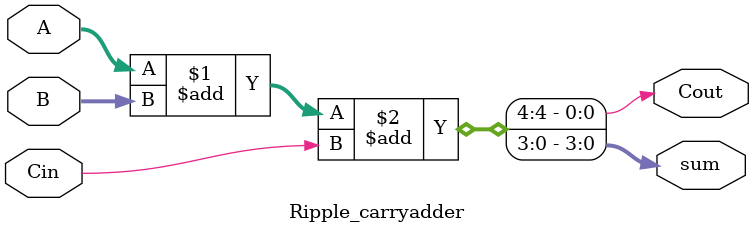
<source format=v>
`timescale 1ns / 1ps

module Ripple_carryadder(
input[3:0]A,B,
input Cin,
output[3:0]sum,
output Cout
    );
assign{Cout,sum} = A+B+Cin;
endmodule

</source>
